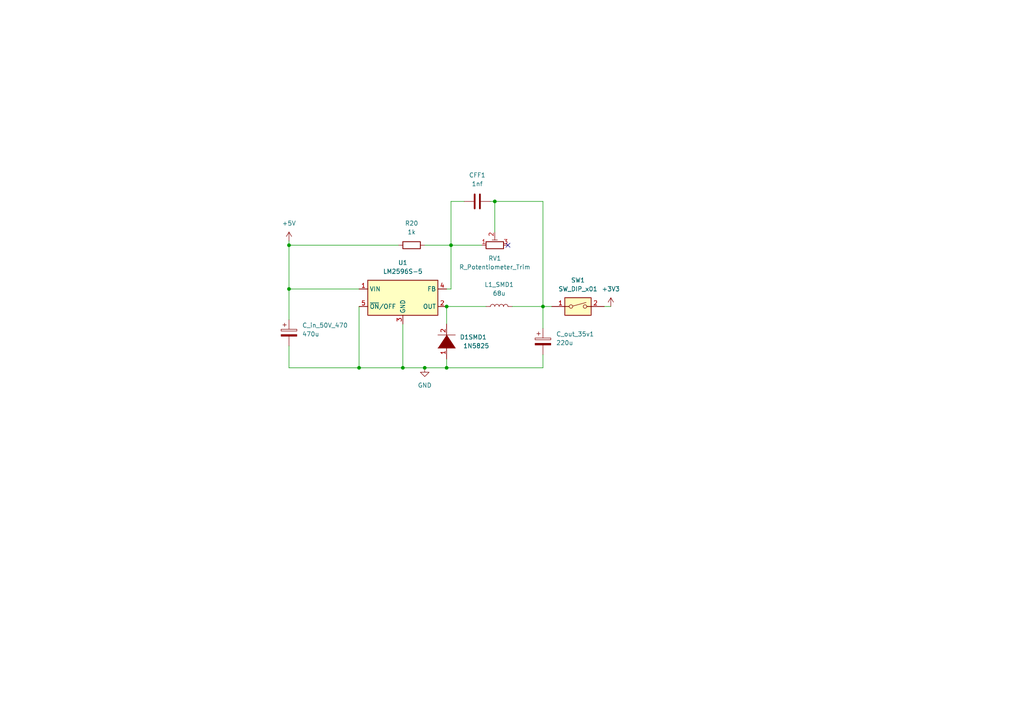
<source format=kicad_sch>
(kicad_sch (version 20211123) (generator eeschema)
  (paper "A4")
  (lib_symbols
    (symbol "Device:C" (pin_numbers hide) (pin_names (offset 0.254))
      (property "Reference" "C" (at 0.635 2.54 0))
      (property "Value" "C" (at 0.635 -2.54 0))
      (symbol "C_0_1"
        (polyline (pts (xy -2.032 -0.762) (xy 2.032 -0.762)) (stroke (width 0.508)))
        (polyline (pts (xy -2.032 0.762) (xy 2.032 0.762)) (stroke (width 0.508)))
      )
      (symbol "C_1_1"
        (pin passive line (at 0 3.81 270) (length 2.794) (name "~") (number "1"))
        (pin passive line (at 0 -3.81 90) (length 2.794) (name "~") (number "2"))
      )
    )
    (symbol "Device:C_Polarized" (pin_numbers hide) (pin_names (offset 0.254))
      (property "Reference" "C" (at 0.635 2.54 0))
      (property "Value" "C_Polarized" (at 0.635 -2.54 0))
      (symbol "C_Polarized_0_1"
        (rectangle (start -2.286 0.508) (end 2.286 1.016))
        (polyline (pts (xy -1.778 2.286) (xy -0.762 2.286)))
        (polyline (pts (xy -1.27 2.794) (xy -1.27 1.778)))
        (rectangle (start 2.286 -0.508) (end -2.286 -1.016) (fill (type outline)))
      )
      (symbol "C_Polarized_1_1"
        (pin passive line (at 0 3.81 270) (length 2.794) (name "~") (number "1"))
        (pin passive line (at 0 -3.81 90) (length 2.794) (name "~") (number "2"))
      )
    )
    (symbol "Device:L" (pin_numbers hide) (pin_names (offset 1.016) hide)
      (property "Reference" "L" (at -1.27 0 90))
      (property "Value" "L" (at 1.905 0 90))
      (symbol "L_0_1"
        (arc (start 0 -2.54) (mid 0.635 -1.905) (end 0 -1.27))
        (arc (start 0 -1.27) (mid 0.635 -0.635) (end 0 0))
        (arc (start 0 0) (mid 0.635 0.635) (end 0 1.27))
        (arc (start 0 1.27) (mid 0.635 1.905) (end 0 2.54))
      )
      (symbol "L_1_1"
        (pin passive line (at 0 3.81 270) (length 1.27) (name "1") (number "1"))
        (pin passive line (at 0 -3.81 90) (length 1.27) (name "2") (number "2"))
      )
    )
    (symbol "Device:R" (pin_numbers hide) (pin_names (offset 0))
      (property "Reference" "R" (at 2.032 0 90))
      (property "Value" "R" (at 0 0 90))
      (symbol "R_0_1"
        (rectangle (start -1.016 -2.54) (end 1.016 2.54) (stroke (width 0.254)))
      )
      (symbol "R_1_1"
        (pin passive line (at 0 3.81 270) (length 1.27) (name "~") (number "1"))
        (pin passive line (at 0 -3.81 90) (length 1.27) (name "~") (number "2"))
      )
    )
    (symbol "Device:R_Potentiometer_Trim" (pin_names (offset 1.016) hide)
      (property "Reference" "RV" (at -4.445 0 90))
      (property "Value" "R_Potentiometer_Trim" (at -2.54 0 90))
      (symbol "R_Potentiometer_Trim_0_1"
        (polyline (pts (xy 1.524 0.762) (xy 1.524 -0.762)))
        (polyline (pts (xy 2.54 0) (xy 1.524 0)))
        (rectangle (start 1.016 2.54) (end -1.016 -2.54) (stroke (width 0.254)))
      )
      (symbol "R_Potentiometer_Trim_1_1"
        (pin passive line (at 0 3.81 270) (length 1.27) (name "1") (number "1"))
        (pin passive line (at 3.81 0 180) (length 1.27) (name "2") (number "2"))
        (pin passive line (at 0 -3.81 90) (length 1.27) (name "3") (number "3"))
      )
    )
    (symbol "Regulator_Switching:LM2596S-5"
      (property "Reference" "U" (at -10.16 6.35 0))
      (property "Value" "LM2596S-5" (at 0 6.35 0))
      (symbol "LM2596S-5_0_1"
        (rectangle (start -10.16 5.08) (end 10.16 -5.08) (stroke (width 0.254)) (fill (type background)))
      )
      (symbol "LM2596S-5_1_1"
        (pin power_in line (at -12.7 2.54 0) (length 2.54) (name "VIN") (number "1"))
        (pin output line (at 12.7 -2.54 180) (length 2.54) (name "OUT") (number "2"))
        (pin power_in line (at 0 -7.62 90) (length 2.54) (name "GND") (number "3"))
        (pin input line (at 12.7 2.54 180) (length 2.54) (name "FB") (number "4"))
        (pin input line (at -12.7 -2.54 0) (length 2.54) (name "~{ON}/OFF") (number "5"))
      )
    )
    (symbol "Switch:SW_DIP_x01" (pin_names (offset 0) hide)
      (property "Reference" "SW" (at 0 3.81 0))
      (property "Value" "SW_DIP_x01" (at 0 -3.81 0))
      (symbol "SW_DIP_x01_0_0"
        (circle (center -2.032 0) (radius 0.508))
        (polyline (pts (xy -1.524 0.127) (xy 2.3622 1.1684)))
        (circle (center 2.032 0) (radius 0.508))
      )
      (symbol "SW_DIP_x01_0_1"
        (rectangle (start -3.81 2.54) (end 3.81 -2.54) (stroke (width 0.254)) (fill (type background)))
      )
      (symbol "SW_DIP_x01_1_1"
        (pin passive line (at -7.62 0 0) (length 5.08) (name "~") (number "1"))
        (pin passive line (at 7.62 0 180) (length 5.08) (name "~") (number "2"))
      )
    )
    (symbol "power:+3.3V" (power) (pin_names (offset 0))
      (property "Value" "+3.3V" (at 0 3.556 0))
      (symbol "+3.3V_0_1"
        (polyline (pts (xy -0.762 1.27) (xy 0 2.54)))
        (polyline (pts (xy 0 0) (xy 0 2.54)))
        (polyline (pts (xy 0 2.54) (xy 0.762 1.27)))
      )
      (symbol "+3.3V_1_1"
        (pin power_in line (at 0 0 90) (length 0) hide (name "+3V3") (number "1"))
      )
    )
    (symbol "power:+5V" (power) (pin_names (offset 0))
      (property "Value" "+5V" (at 0 3.556 0))
      (symbol "+5V_0_1"
        (polyline (pts (xy -0.762 1.27) (xy 0 2.54)))
        (polyline (pts (xy 0 0) (xy 0 2.54)))
        (polyline (pts (xy 0 2.54) (xy 0.762 1.27)))
      )
      (symbol "+5V_1_1"
        (pin power_in line (at 0 0 90) (length 0) hide (name "+5V") (number "1"))
      )
    )
    (symbol "power:GND" (power) (pin_names (offset 0))
      (property "Value" "GND" (at 0 -3.81 0))
      (symbol "GND_0_1"
        (polyline (pts (xy 0 0) (xy 0 -1.27) (xy 1.27 -1.27) (xy 0 -2.54) (xy -1.27 -1.27) (xy 0 -1.27)))
      )
      (symbol "GND_1_1"
        (pin power_in line (at 0 0 270) (length 0) hide (name "GND") (number "1"))
      )
    )
    (symbol "pspice:DIODE" (pin_names (offset 1.016) hide)
      (property "Reference" "D" (at 0 3.81 0))
      (property "Value" "DIODE" (at 0 -4.445 0))
      (symbol "DIODE_0_1"
        (polyline (pts (xy 1.905 2.54) (xy 1.905 -2.54)))
        (polyline (pts (xy -1.905 2.54) (xy -1.905 -2.54) (xy 1.905 0)) (fill (type outline)))
      )
      (symbol "DIODE_1_1"
        (pin input line (at -5.08 0 0) (length 3.81) (name "K") (number "1"))
        (pin input line (at 5.08 0 180) (length 3.81) (name "A") (number "2"))
      )
    )
  )
  (junction (at 129.54 88.9))
  (junction (at 129.54 106.68))
  (junction (at 83.82 71.12))
  (junction (at 116.84 106.68))
  (junction (at 104.14 106.68))
  (junction (at 123.19 106.68))
  (junction (at 130.81 71.12))
  (junction (at 157.48 88.9))
  (junction (at 143.51 58.42))
  (junction (at 83.82 83.82))
  (no_connect (at 147.32 71.12))
  (wire (pts (xy 148.59 88.9) (xy 157.48 88.9)))
  (wire (pts (xy 116.84 106.68) (xy 123.19 106.68)))
  (wire (pts (xy 143.51 67.31) (xy 143.51 58.42)))
  (wire (pts (xy 157.48 106.68) (xy 157.48 102.87)))
  (wire (pts (xy 129.54 83.82) (xy 130.81 83.82)))
  (wire (pts (xy 83.82 100.33) (xy 83.82 106.68)))
  (wire (pts (xy 129.54 106.68) (xy 157.48 106.68)))
  (wire (pts (xy 130.81 71.12) (xy 139.7 71.12)))
  (wire (pts (xy 134.62 58.42) (xy 130.81 58.42)))
  (wire (pts (xy 160.02 88.9) (xy 157.48 88.9)))
  (wire (pts (xy 104.14 106.68) (xy 116.84 106.68)))
  (wire (pts (xy 123.19 106.68) (xy 129.54 106.68)))
  (wire (pts (xy 104.14 83.82) (xy 83.82 83.82)))
  (wire (pts (xy 83.82 71.12) (xy 83.82 83.82)))
  (wire (pts (xy 83.82 71.12) (xy 115.57 71.12)))
  (wire (pts (xy 143.51 58.42) (xy 142.24 58.42)))
  (wire (pts (xy 157.48 88.9) (xy 157.48 95.25)))
  (wire (pts (xy 116.84 106.68) (xy 116.84 93.98)))
  (wire (pts (xy 143.51 58.42) (xy 157.48 58.42)))
  (wire (pts (xy 83.82 106.68) (xy 104.14 106.68)))
  (wire (pts (xy 157.48 58.42) (xy 157.48 88.9)))
  (wire (pts (xy 175.26 88.9) (xy 177.165 88.9)))
  (wire (pts (xy 83.82 69.85) (xy 83.82 71.12)))
  (wire (pts (xy 129.54 106.68) (xy 129.54 104.14)))
  (wire (pts (xy 129.54 88.9) (xy 140.97 88.9)))
  (wire (pts (xy 83.82 83.82) (xy 83.82 92.71)))
  (wire (pts (xy 130.81 58.42) (xy 130.81 71.12)))
  (wire (pts (xy 104.14 88.9) (xy 104.14 106.68)))
  (wire (pts (xy 123.19 71.12) (xy 130.81 71.12)))
  (wire (pts (xy 129.54 93.98) (xy 129.54 88.9)))
  (wire (pts (xy 130.81 71.12) (xy 130.81 83.82)))
  (symbol (lib_id "Regulator_Switching:LM2596S-5") (at 116.84 86.36 0) (unit 1)
    (property "Reference" "U1" (at 116.84 76.2 0))
    (property "Value" "LM2596S-5" (at 116.84 78.74 0))
    (property "Footprint" "Package_TO_SOT_SMD:TO-263-5_TabPin3" (effects hide))
    (property "Datasheet" "http://www.ti.com/lit/ds/symlink/lm2596.pdf" (effects hide))
  )
  (symbol (lib_id "Device:C") (at 138.43 58.42 90) (unit 1)
    (property "Reference" "CFF1" (at 138.43 50.8 90))
    (property "Value" "1nf" (at 138.43 53.34 90))
    (property "Footprint" "Capacitor_SMD:C_0805_2012Metric_Pad1.18x1.45mm_HandSolder" (effects hide))
  )
  (symbol (lib_id "pspice:DIODE") (at 129.54 99.06 90) (unit 1)
    (property "Reference" "D1SMD1" (at 133.35 97.7899 90) (effects (justify right)))
    (property "Value" " 1N5825" (at 133.35 100.3299 90) (effects (justify right)))
    (property "Footprint" "Diode_SMD:D_3220_8050Metric_Pad2.65x5.15mm_HandSolder" (effects hide))
  )
  (symbol (lib_id "Switch:SW_DIP_x01") (at 167.64 88.9 0) (unit 1)
    (property "Reference" "SW1" (at 167.64 81.28 0))
    (property "Value" "SW_DIP_x01" (at 167.64 83.82 0))
    (property "Footprint" "Button_Switch_THT:SW_DIP_SPSTx01_Slide_9.78x4.72mm_W7.62mm_P2.54mm" (effects hide))
  )
  (symbol (lib_id "Device:R_Potentiometer_Trim") (at 143.51 71.12 90) (unit 1)
    (property "Reference" "RV1" (at 143.51 74.93 90))
    (property "Value" "R_Potentiometer_Trim" (at 143.51 77.47 90))
    (property "Footprint" "Potentiometer_THT:Potentiometer_Bourns_3296W_Vertical" (effects hide))
  )
  (symbol (lib_id "Device:C_Polarized") (at 83.82 96.52 0) (unit 1)
    (property "Reference" "C_in_50V_470" (at 87.63 94.3609 0) (effects (justify left)))
    (property "Value" "470u" (at 87.63 96.9009 0) (effects (justify left)))
    (property "Footprint" "Capacitor_SMD:CP_Elec_8x6.9" (effects hide))
  )
  (symbol (lib_id "power:GND") (at 123.19 106.68 0) (unit 1)
    (property "Reference" "#PWR0126" (effects hide))
    (property "Value" "GND" (at 123.19 111.76 0))
  )
  (symbol (lib_id "Device:C_Polarized") (at 157.48 99.06 0) (unit 1)
    (property "Reference" "C_out_35v1" (at 161.29 96.9009 0) (effects (justify left)))
    (property "Value" "220u" (at 161.29 99.4409 0) (effects (justify left)))
    (property "Footprint" "Capacitor_SMD:CP_Elec_8x6.9" (effects hide))
  )
  (symbol (lib_id "power:+3.3V") (at 177.165 88.9 0) (unit 1)
    (property "Reference" "#PWR0115" (effects hide))
    (property "Value" "+3.3V" (at 177.165 83.82 0))
  )
  (symbol (lib_id "Device:R") (at 119.38 71.12 90) (unit 1)
    (property "Reference" "R20" (at 119.38 64.77 90))
    (property "Value" "1k" (at 119.38 67.31 90))
    (property "Footprint" "Resistor_SMD:R_0805_2012Metric_Pad1.20x1.40mm_HandSolder" (effects hide))
  )
  (symbol (lib_id "power:+5V") (at 83.82 69.85 0) (unit 1)
    (property "Reference" "#PWR0123" (effects hide))
    (property "Value" "+5V" (at 83.82 64.77 0))
  )
  (symbol (lib_id "Device:L") (at 144.78 88.9 90) (unit 1)
    (property "Reference" "L1_SMD1" (at 144.78 82.55 90))
    (property "Value" "68u" (at 144.78 85.09 90))
    (property "Footprint" "Inductor_SMD:L_Wuerth_HCM-1390" (effects hide))
  )
)
</source>
